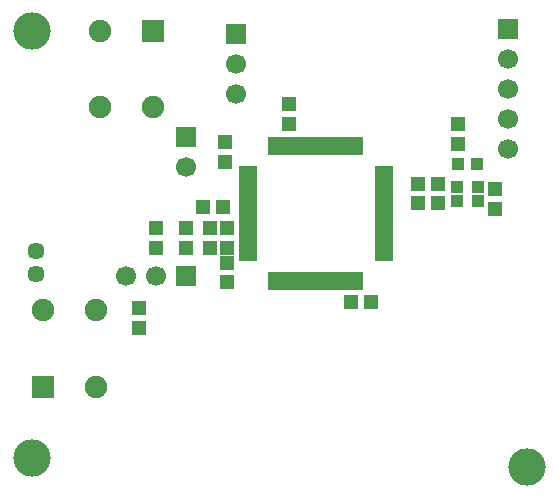
<source format=gbr>
%TF.GenerationSoftware,Novarm,DipTrace,3.3.0.1*%
%TF.CreationDate,2018-11-14T10:13:00-08:00*%
%FSLAX26Y26*%
%MOIN*%
%TF.FileFunction,Soldermask,Top*%
%TF.Part,Single*%
%ADD47C,0.125*%
%ADD57C,0.057093*%
%ADD69R,0.043313X0.039376*%
%ADD71R,0.019691X0.064967*%
%ADD73R,0.064967X0.019691*%
%ADD75C,0.074809*%
%ADD77R,0.074809X0.074809*%
%ADD81R,0.04725X0.045282*%
%ADD83C,0.066935*%
%ADD85R,0.066935X0.066935*%
%ADD91R,0.039376X0.039376*%
%ADD93R,0.051187X0.04725*%
%ADD95R,0.04725X0.051187*%
G75*
G01*
%LPD*%
D95*
X1174616Y1524789D3*
Y1591718D3*
X1124949Y1237449D3*
Y1304378D3*
X1181200Y1237449D3*
Y1304378D3*
D93*
X1593700Y1056200D3*
X1660629D3*
X1099951Y1374949D3*
X1166880D3*
D91*
X1949949Y1518700D3*
X2012941D3*
D85*
X1043380Y1606031D3*
D83*
Y1506031D3*
D85*
X1043700Y1143700D3*
D83*
X943700D3*
X843700D3*
D85*
X1212112Y1949745D3*
D83*
Y1849745D3*
Y1749745D3*
D81*
X1181200Y1124949D3*
Y1187941D3*
D95*
X943700Y1237449D3*
Y1304378D3*
X1043700Y1237449D3*
Y1304378D3*
X1387451Y1718699D3*
Y1651770D3*
X887449Y1037449D3*
Y970520D3*
D93*
X1818701Y1449949D3*
X1885630D3*
X1818701Y1387451D3*
X1885630D3*
D95*
X2074949Y1368700D3*
Y1435629D3*
X1949949Y1649949D3*
Y1583020D3*
D77*
X933700Y1961949D3*
D75*
X756535D3*
Y1706044D3*
X933700D3*
D77*
X567700Y773949D3*
D75*
X744865D3*
Y1029855D3*
X567700D3*
D73*
X1249949Y1499949D3*
Y1480264D3*
Y1460579D3*
Y1440894D3*
Y1421209D3*
Y1401524D3*
Y1381839D3*
Y1362154D3*
Y1342469D3*
Y1322784D3*
Y1303099D3*
Y1283414D3*
Y1263729D3*
Y1244044D3*
Y1224359D3*
Y1204674D3*
D71*
X1328690Y1125934D3*
X1348375D3*
X1368060D3*
X1387745D3*
X1407430D3*
X1427115D3*
X1446800D3*
X1466485D3*
X1486170D3*
X1505855D3*
X1525540D3*
X1545225D3*
X1564910D3*
X1584595D3*
X1604280D3*
X1623965D3*
D73*
X1702705Y1204674D3*
Y1224359D3*
Y1244044D3*
Y1263729D3*
Y1283414D3*
Y1303099D3*
Y1322784D3*
Y1342469D3*
Y1362154D3*
Y1381839D3*
Y1401524D3*
Y1421209D3*
Y1440894D3*
Y1460579D3*
Y1480264D3*
Y1499949D3*
D71*
X1623965Y1578690D3*
X1604280D3*
X1584595D3*
X1564910D3*
X1545225D3*
X1525540D3*
X1505855D3*
X1486170D3*
X1466485D3*
X1446800D3*
X1427115D3*
X1407430D3*
X1387745D3*
X1368060D3*
X1348375D3*
X1328690D3*
D69*
X2018700Y1393700D3*
Y1440944D3*
X1947834D3*
Y1393700D3*
D57*
X543432Y1149829D3*
Y1228569D3*
D85*
X2118700Y1968699D3*
D83*
Y1868699D3*
Y1768699D3*
Y1668699D3*
Y1568699D3*
D47*
X530934Y1962243D3*
Y537393D3*
X2180760Y506146D3*
M02*

</source>
